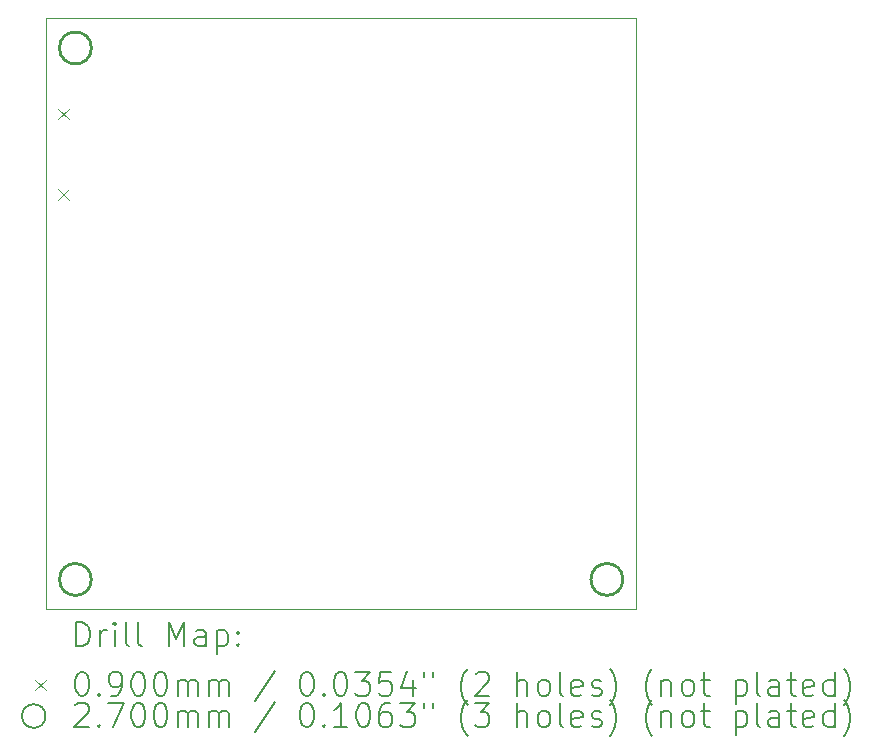
<source format=gbr>
%TF.GenerationSoftware,KiCad,Pcbnew,8.0.3*%
%TF.CreationDate,2024-06-09T12:16:40+02:00*%
%TF.ProjectId,chip8-pcb,63686970-382d-4706-9362-2e6b69636164,1*%
%TF.SameCoordinates,Original*%
%TF.FileFunction,Drillmap*%
%TF.FilePolarity,Positive*%
%FSLAX45Y45*%
G04 Gerber Fmt 4.5, Leading zero omitted, Abs format (unit mm)*
G04 Created by KiCad (PCBNEW 8.0.3) date 2024-06-09 12:16:40*
%MOMM*%
%LPD*%
G01*
G04 APERTURE LIST*
%ADD10C,0.050000*%
%ADD11C,0.200000*%
%ADD12C,0.100000*%
%ADD13C,0.270000*%
G04 APERTURE END LIST*
D10*
X6958441Y-7000000D02*
X11958441Y-7000000D01*
X11958441Y-12000000D01*
X6958441Y-12000000D01*
X6958441Y-7000000D01*
D11*
D12*
X7063441Y-7765000D02*
X7153441Y-7855000D01*
X7153441Y-7765000D02*
X7063441Y-7855000D01*
X7063441Y-8445000D02*
X7153441Y-8535000D01*
X7153441Y-8445000D02*
X7063441Y-8535000D01*
D13*
X7343441Y-7250000D02*
G75*
G02*
X7073441Y-7250000I-135000J0D01*
G01*
X7073441Y-7250000D02*
G75*
G02*
X7343441Y-7250000I135000J0D01*
G01*
X7343441Y-11750000D02*
G75*
G02*
X7073441Y-11750000I-135000J0D01*
G01*
X7073441Y-11750000D02*
G75*
G02*
X7343441Y-11750000I135000J0D01*
G01*
X11843441Y-11750000D02*
G75*
G02*
X11573441Y-11750000I-135000J0D01*
G01*
X11573441Y-11750000D02*
G75*
G02*
X11843441Y-11750000I135000J0D01*
G01*
D11*
X7216717Y-12313984D02*
X7216717Y-12113984D01*
X7216717Y-12113984D02*
X7264336Y-12113984D01*
X7264336Y-12113984D02*
X7292908Y-12123508D01*
X7292908Y-12123508D02*
X7311955Y-12142555D01*
X7311955Y-12142555D02*
X7321479Y-12161603D01*
X7321479Y-12161603D02*
X7331003Y-12199698D01*
X7331003Y-12199698D02*
X7331003Y-12228269D01*
X7331003Y-12228269D02*
X7321479Y-12266365D01*
X7321479Y-12266365D02*
X7311955Y-12285412D01*
X7311955Y-12285412D02*
X7292908Y-12304460D01*
X7292908Y-12304460D02*
X7264336Y-12313984D01*
X7264336Y-12313984D02*
X7216717Y-12313984D01*
X7416717Y-12313984D02*
X7416717Y-12180650D01*
X7416717Y-12218746D02*
X7426241Y-12199698D01*
X7426241Y-12199698D02*
X7435765Y-12190174D01*
X7435765Y-12190174D02*
X7454813Y-12180650D01*
X7454813Y-12180650D02*
X7473860Y-12180650D01*
X7540527Y-12313984D02*
X7540527Y-12180650D01*
X7540527Y-12113984D02*
X7531003Y-12123508D01*
X7531003Y-12123508D02*
X7540527Y-12133031D01*
X7540527Y-12133031D02*
X7550051Y-12123508D01*
X7550051Y-12123508D02*
X7540527Y-12113984D01*
X7540527Y-12113984D02*
X7540527Y-12133031D01*
X7664336Y-12313984D02*
X7645289Y-12304460D01*
X7645289Y-12304460D02*
X7635765Y-12285412D01*
X7635765Y-12285412D02*
X7635765Y-12113984D01*
X7769098Y-12313984D02*
X7750051Y-12304460D01*
X7750051Y-12304460D02*
X7740527Y-12285412D01*
X7740527Y-12285412D02*
X7740527Y-12113984D01*
X7997670Y-12313984D02*
X7997670Y-12113984D01*
X7997670Y-12113984D02*
X8064336Y-12256841D01*
X8064336Y-12256841D02*
X8131003Y-12113984D01*
X8131003Y-12113984D02*
X8131003Y-12313984D01*
X8311955Y-12313984D02*
X8311955Y-12209222D01*
X8311955Y-12209222D02*
X8302432Y-12190174D01*
X8302432Y-12190174D02*
X8283384Y-12180650D01*
X8283384Y-12180650D02*
X8245289Y-12180650D01*
X8245289Y-12180650D02*
X8226241Y-12190174D01*
X8311955Y-12304460D02*
X8292908Y-12313984D01*
X8292908Y-12313984D02*
X8245289Y-12313984D01*
X8245289Y-12313984D02*
X8226241Y-12304460D01*
X8226241Y-12304460D02*
X8216717Y-12285412D01*
X8216717Y-12285412D02*
X8216717Y-12266365D01*
X8216717Y-12266365D02*
X8226241Y-12247317D01*
X8226241Y-12247317D02*
X8245289Y-12237793D01*
X8245289Y-12237793D02*
X8292908Y-12237793D01*
X8292908Y-12237793D02*
X8311955Y-12228269D01*
X8407194Y-12180650D02*
X8407194Y-12380650D01*
X8407194Y-12190174D02*
X8426241Y-12180650D01*
X8426241Y-12180650D02*
X8464337Y-12180650D01*
X8464337Y-12180650D02*
X8483384Y-12190174D01*
X8483384Y-12190174D02*
X8492908Y-12199698D01*
X8492908Y-12199698D02*
X8502432Y-12218746D01*
X8502432Y-12218746D02*
X8502432Y-12275888D01*
X8502432Y-12275888D02*
X8492908Y-12294936D01*
X8492908Y-12294936D02*
X8483384Y-12304460D01*
X8483384Y-12304460D02*
X8464337Y-12313984D01*
X8464337Y-12313984D02*
X8426241Y-12313984D01*
X8426241Y-12313984D02*
X8407194Y-12304460D01*
X8588146Y-12294936D02*
X8597670Y-12304460D01*
X8597670Y-12304460D02*
X8588146Y-12313984D01*
X8588146Y-12313984D02*
X8578622Y-12304460D01*
X8578622Y-12304460D02*
X8588146Y-12294936D01*
X8588146Y-12294936D02*
X8588146Y-12313984D01*
X8588146Y-12190174D02*
X8597670Y-12199698D01*
X8597670Y-12199698D02*
X8588146Y-12209222D01*
X8588146Y-12209222D02*
X8578622Y-12199698D01*
X8578622Y-12199698D02*
X8588146Y-12190174D01*
X8588146Y-12190174D02*
X8588146Y-12209222D01*
D12*
X6865941Y-12597500D02*
X6955941Y-12687500D01*
X6955941Y-12597500D02*
X6865941Y-12687500D01*
D11*
X7254813Y-12533984D02*
X7273860Y-12533984D01*
X7273860Y-12533984D02*
X7292908Y-12543508D01*
X7292908Y-12543508D02*
X7302432Y-12553031D01*
X7302432Y-12553031D02*
X7311955Y-12572079D01*
X7311955Y-12572079D02*
X7321479Y-12610174D01*
X7321479Y-12610174D02*
X7321479Y-12657793D01*
X7321479Y-12657793D02*
X7311955Y-12695888D01*
X7311955Y-12695888D02*
X7302432Y-12714936D01*
X7302432Y-12714936D02*
X7292908Y-12724460D01*
X7292908Y-12724460D02*
X7273860Y-12733984D01*
X7273860Y-12733984D02*
X7254813Y-12733984D01*
X7254813Y-12733984D02*
X7235765Y-12724460D01*
X7235765Y-12724460D02*
X7226241Y-12714936D01*
X7226241Y-12714936D02*
X7216717Y-12695888D01*
X7216717Y-12695888D02*
X7207194Y-12657793D01*
X7207194Y-12657793D02*
X7207194Y-12610174D01*
X7207194Y-12610174D02*
X7216717Y-12572079D01*
X7216717Y-12572079D02*
X7226241Y-12553031D01*
X7226241Y-12553031D02*
X7235765Y-12543508D01*
X7235765Y-12543508D02*
X7254813Y-12533984D01*
X7407194Y-12714936D02*
X7416717Y-12724460D01*
X7416717Y-12724460D02*
X7407194Y-12733984D01*
X7407194Y-12733984D02*
X7397670Y-12724460D01*
X7397670Y-12724460D02*
X7407194Y-12714936D01*
X7407194Y-12714936D02*
X7407194Y-12733984D01*
X7511955Y-12733984D02*
X7550051Y-12733984D01*
X7550051Y-12733984D02*
X7569098Y-12724460D01*
X7569098Y-12724460D02*
X7578622Y-12714936D01*
X7578622Y-12714936D02*
X7597670Y-12686365D01*
X7597670Y-12686365D02*
X7607194Y-12648269D01*
X7607194Y-12648269D02*
X7607194Y-12572079D01*
X7607194Y-12572079D02*
X7597670Y-12553031D01*
X7597670Y-12553031D02*
X7588146Y-12543508D01*
X7588146Y-12543508D02*
X7569098Y-12533984D01*
X7569098Y-12533984D02*
X7531003Y-12533984D01*
X7531003Y-12533984D02*
X7511955Y-12543508D01*
X7511955Y-12543508D02*
X7502432Y-12553031D01*
X7502432Y-12553031D02*
X7492908Y-12572079D01*
X7492908Y-12572079D02*
X7492908Y-12619698D01*
X7492908Y-12619698D02*
X7502432Y-12638746D01*
X7502432Y-12638746D02*
X7511955Y-12648269D01*
X7511955Y-12648269D02*
X7531003Y-12657793D01*
X7531003Y-12657793D02*
X7569098Y-12657793D01*
X7569098Y-12657793D02*
X7588146Y-12648269D01*
X7588146Y-12648269D02*
X7597670Y-12638746D01*
X7597670Y-12638746D02*
X7607194Y-12619698D01*
X7731003Y-12533984D02*
X7750051Y-12533984D01*
X7750051Y-12533984D02*
X7769098Y-12543508D01*
X7769098Y-12543508D02*
X7778622Y-12553031D01*
X7778622Y-12553031D02*
X7788146Y-12572079D01*
X7788146Y-12572079D02*
X7797670Y-12610174D01*
X7797670Y-12610174D02*
X7797670Y-12657793D01*
X7797670Y-12657793D02*
X7788146Y-12695888D01*
X7788146Y-12695888D02*
X7778622Y-12714936D01*
X7778622Y-12714936D02*
X7769098Y-12724460D01*
X7769098Y-12724460D02*
X7750051Y-12733984D01*
X7750051Y-12733984D02*
X7731003Y-12733984D01*
X7731003Y-12733984D02*
X7711955Y-12724460D01*
X7711955Y-12724460D02*
X7702432Y-12714936D01*
X7702432Y-12714936D02*
X7692908Y-12695888D01*
X7692908Y-12695888D02*
X7683384Y-12657793D01*
X7683384Y-12657793D02*
X7683384Y-12610174D01*
X7683384Y-12610174D02*
X7692908Y-12572079D01*
X7692908Y-12572079D02*
X7702432Y-12553031D01*
X7702432Y-12553031D02*
X7711955Y-12543508D01*
X7711955Y-12543508D02*
X7731003Y-12533984D01*
X7921479Y-12533984D02*
X7940527Y-12533984D01*
X7940527Y-12533984D02*
X7959575Y-12543508D01*
X7959575Y-12543508D02*
X7969098Y-12553031D01*
X7969098Y-12553031D02*
X7978622Y-12572079D01*
X7978622Y-12572079D02*
X7988146Y-12610174D01*
X7988146Y-12610174D02*
X7988146Y-12657793D01*
X7988146Y-12657793D02*
X7978622Y-12695888D01*
X7978622Y-12695888D02*
X7969098Y-12714936D01*
X7969098Y-12714936D02*
X7959575Y-12724460D01*
X7959575Y-12724460D02*
X7940527Y-12733984D01*
X7940527Y-12733984D02*
X7921479Y-12733984D01*
X7921479Y-12733984D02*
X7902432Y-12724460D01*
X7902432Y-12724460D02*
X7892908Y-12714936D01*
X7892908Y-12714936D02*
X7883384Y-12695888D01*
X7883384Y-12695888D02*
X7873860Y-12657793D01*
X7873860Y-12657793D02*
X7873860Y-12610174D01*
X7873860Y-12610174D02*
X7883384Y-12572079D01*
X7883384Y-12572079D02*
X7892908Y-12553031D01*
X7892908Y-12553031D02*
X7902432Y-12543508D01*
X7902432Y-12543508D02*
X7921479Y-12533984D01*
X8073860Y-12733984D02*
X8073860Y-12600650D01*
X8073860Y-12619698D02*
X8083384Y-12610174D01*
X8083384Y-12610174D02*
X8102432Y-12600650D01*
X8102432Y-12600650D02*
X8131003Y-12600650D01*
X8131003Y-12600650D02*
X8150051Y-12610174D01*
X8150051Y-12610174D02*
X8159575Y-12629222D01*
X8159575Y-12629222D02*
X8159575Y-12733984D01*
X8159575Y-12629222D02*
X8169098Y-12610174D01*
X8169098Y-12610174D02*
X8188146Y-12600650D01*
X8188146Y-12600650D02*
X8216717Y-12600650D01*
X8216717Y-12600650D02*
X8235765Y-12610174D01*
X8235765Y-12610174D02*
X8245289Y-12629222D01*
X8245289Y-12629222D02*
X8245289Y-12733984D01*
X8340527Y-12733984D02*
X8340527Y-12600650D01*
X8340527Y-12619698D02*
X8350051Y-12610174D01*
X8350051Y-12610174D02*
X8369098Y-12600650D01*
X8369098Y-12600650D02*
X8397670Y-12600650D01*
X8397670Y-12600650D02*
X8416718Y-12610174D01*
X8416718Y-12610174D02*
X8426241Y-12629222D01*
X8426241Y-12629222D02*
X8426241Y-12733984D01*
X8426241Y-12629222D02*
X8435765Y-12610174D01*
X8435765Y-12610174D02*
X8454813Y-12600650D01*
X8454813Y-12600650D02*
X8483384Y-12600650D01*
X8483384Y-12600650D02*
X8502432Y-12610174D01*
X8502432Y-12610174D02*
X8511956Y-12629222D01*
X8511956Y-12629222D02*
X8511956Y-12733984D01*
X8902432Y-12524460D02*
X8731003Y-12781603D01*
X9159575Y-12533984D02*
X9178622Y-12533984D01*
X9178622Y-12533984D02*
X9197670Y-12543508D01*
X9197670Y-12543508D02*
X9207194Y-12553031D01*
X9207194Y-12553031D02*
X9216718Y-12572079D01*
X9216718Y-12572079D02*
X9226241Y-12610174D01*
X9226241Y-12610174D02*
X9226241Y-12657793D01*
X9226241Y-12657793D02*
X9216718Y-12695888D01*
X9216718Y-12695888D02*
X9207194Y-12714936D01*
X9207194Y-12714936D02*
X9197670Y-12724460D01*
X9197670Y-12724460D02*
X9178622Y-12733984D01*
X9178622Y-12733984D02*
X9159575Y-12733984D01*
X9159575Y-12733984D02*
X9140527Y-12724460D01*
X9140527Y-12724460D02*
X9131003Y-12714936D01*
X9131003Y-12714936D02*
X9121480Y-12695888D01*
X9121480Y-12695888D02*
X9111956Y-12657793D01*
X9111956Y-12657793D02*
X9111956Y-12610174D01*
X9111956Y-12610174D02*
X9121480Y-12572079D01*
X9121480Y-12572079D02*
X9131003Y-12553031D01*
X9131003Y-12553031D02*
X9140527Y-12543508D01*
X9140527Y-12543508D02*
X9159575Y-12533984D01*
X9311956Y-12714936D02*
X9321480Y-12724460D01*
X9321480Y-12724460D02*
X9311956Y-12733984D01*
X9311956Y-12733984D02*
X9302432Y-12724460D01*
X9302432Y-12724460D02*
X9311956Y-12714936D01*
X9311956Y-12714936D02*
X9311956Y-12733984D01*
X9445289Y-12533984D02*
X9464337Y-12533984D01*
X9464337Y-12533984D02*
X9483384Y-12543508D01*
X9483384Y-12543508D02*
X9492908Y-12553031D01*
X9492908Y-12553031D02*
X9502432Y-12572079D01*
X9502432Y-12572079D02*
X9511956Y-12610174D01*
X9511956Y-12610174D02*
X9511956Y-12657793D01*
X9511956Y-12657793D02*
X9502432Y-12695888D01*
X9502432Y-12695888D02*
X9492908Y-12714936D01*
X9492908Y-12714936D02*
X9483384Y-12724460D01*
X9483384Y-12724460D02*
X9464337Y-12733984D01*
X9464337Y-12733984D02*
X9445289Y-12733984D01*
X9445289Y-12733984D02*
X9426241Y-12724460D01*
X9426241Y-12724460D02*
X9416718Y-12714936D01*
X9416718Y-12714936D02*
X9407194Y-12695888D01*
X9407194Y-12695888D02*
X9397670Y-12657793D01*
X9397670Y-12657793D02*
X9397670Y-12610174D01*
X9397670Y-12610174D02*
X9407194Y-12572079D01*
X9407194Y-12572079D02*
X9416718Y-12553031D01*
X9416718Y-12553031D02*
X9426241Y-12543508D01*
X9426241Y-12543508D02*
X9445289Y-12533984D01*
X9578622Y-12533984D02*
X9702432Y-12533984D01*
X9702432Y-12533984D02*
X9635765Y-12610174D01*
X9635765Y-12610174D02*
X9664337Y-12610174D01*
X9664337Y-12610174D02*
X9683384Y-12619698D01*
X9683384Y-12619698D02*
X9692908Y-12629222D01*
X9692908Y-12629222D02*
X9702432Y-12648269D01*
X9702432Y-12648269D02*
X9702432Y-12695888D01*
X9702432Y-12695888D02*
X9692908Y-12714936D01*
X9692908Y-12714936D02*
X9683384Y-12724460D01*
X9683384Y-12724460D02*
X9664337Y-12733984D01*
X9664337Y-12733984D02*
X9607194Y-12733984D01*
X9607194Y-12733984D02*
X9588146Y-12724460D01*
X9588146Y-12724460D02*
X9578622Y-12714936D01*
X9883384Y-12533984D02*
X9788146Y-12533984D01*
X9788146Y-12533984D02*
X9778622Y-12629222D01*
X9778622Y-12629222D02*
X9788146Y-12619698D01*
X9788146Y-12619698D02*
X9807194Y-12610174D01*
X9807194Y-12610174D02*
X9854813Y-12610174D01*
X9854813Y-12610174D02*
X9873861Y-12619698D01*
X9873861Y-12619698D02*
X9883384Y-12629222D01*
X9883384Y-12629222D02*
X9892908Y-12648269D01*
X9892908Y-12648269D02*
X9892908Y-12695888D01*
X9892908Y-12695888D02*
X9883384Y-12714936D01*
X9883384Y-12714936D02*
X9873861Y-12724460D01*
X9873861Y-12724460D02*
X9854813Y-12733984D01*
X9854813Y-12733984D02*
X9807194Y-12733984D01*
X9807194Y-12733984D02*
X9788146Y-12724460D01*
X9788146Y-12724460D02*
X9778622Y-12714936D01*
X10064337Y-12600650D02*
X10064337Y-12733984D01*
X10016718Y-12524460D02*
X9969099Y-12667317D01*
X9969099Y-12667317D02*
X10092908Y-12667317D01*
X10159575Y-12533984D02*
X10159575Y-12572079D01*
X10235765Y-12533984D02*
X10235765Y-12572079D01*
X10531004Y-12810174D02*
X10521480Y-12800650D01*
X10521480Y-12800650D02*
X10502432Y-12772079D01*
X10502432Y-12772079D02*
X10492908Y-12753031D01*
X10492908Y-12753031D02*
X10483384Y-12724460D01*
X10483384Y-12724460D02*
X10473861Y-12676841D01*
X10473861Y-12676841D02*
X10473861Y-12638746D01*
X10473861Y-12638746D02*
X10483384Y-12591127D01*
X10483384Y-12591127D02*
X10492908Y-12562555D01*
X10492908Y-12562555D02*
X10502432Y-12543508D01*
X10502432Y-12543508D02*
X10521480Y-12514936D01*
X10521480Y-12514936D02*
X10531004Y-12505412D01*
X10597670Y-12553031D02*
X10607194Y-12543508D01*
X10607194Y-12543508D02*
X10626242Y-12533984D01*
X10626242Y-12533984D02*
X10673861Y-12533984D01*
X10673861Y-12533984D02*
X10692908Y-12543508D01*
X10692908Y-12543508D02*
X10702432Y-12553031D01*
X10702432Y-12553031D02*
X10711956Y-12572079D01*
X10711956Y-12572079D02*
X10711956Y-12591127D01*
X10711956Y-12591127D02*
X10702432Y-12619698D01*
X10702432Y-12619698D02*
X10588146Y-12733984D01*
X10588146Y-12733984D02*
X10711956Y-12733984D01*
X10950051Y-12733984D02*
X10950051Y-12533984D01*
X11035765Y-12733984D02*
X11035765Y-12629222D01*
X11035765Y-12629222D02*
X11026242Y-12610174D01*
X11026242Y-12610174D02*
X11007194Y-12600650D01*
X11007194Y-12600650D02*
X10978623Y-12600650D01*
X10978623Y-12600650D02*
X10959575Y-12610174D01*
X10959575Y-12610174D02*
X10950051Y-12619698D01*
X11159575Y-12733984D02*
X11140527Y-12724460D01*
X11140527Y-12724460D02*
X11131004Y-12714936D01*
X11131004Y-12714936D02*
X11121480Y-12695888D01*
X11121480Y-12695888D02*
X11121480Y-12638746D01*
X11121480Y-12638746D02*
X11131004Y-12619698D01*
X11131004Y-12619698D02*
X11140527Y-12610174D01*
X11140527Y-12610174D02*
X11159575Y-12600650D01*
X11159575Y-12600650D02*
X11188146Y-12600650D01*
X11188146Y-12600650D02*
X11207194Y-12610174D01*
X11207194Y-12610174D02*
X11216718Y-12619698D01*
X11216718Y-12619698D02*
X11226242Y-12638746D01*
X11226242Y-12638746D02*
X11226242Y-12695888D01*
X11226242Y-12695888D02*
X11216718Y-12714936D01*
X11216718Y-12714936D02*
X11207194Y-12724460D01*
X11207194Y-12724460D02*
X11188146Y-12733984D01*
X11188146Y-12733984D02*
X11159575Y-12733984D01*
X11340527Y-12733984D02*
X11321480Y-12724460D01*
X11321480Y-12724460D02*
X11311956Y-12705412D01*
X11311956Y-12705412D02*
X11311956Y-12533984D01*
X11492908Y-12724460D02*
X11473861Y-12733984D01*
X11473861Y-12733984D02*
X11435765Y-12733984D01*
X11435765Y-12733984D02*
X11416718Y-12724460D01*
X11416718Y-12724460D02*
X11407194Y-12705412D01*
X11407194Y-12705412D02*
X11407194Y-12629222D01*
X11407194Y-12629222D02*
X11416718Y-12610174D01*
X11416718Y-12610174D02*
X11435765Y-12600650D01*
X11435765Y-12600650D02*
X11473861Y-12600650D01*
X11473861Y-12600650D02*
X11492908Y-12610174D01*
X11492908Y-12610174D02*
X11502432Y-12629222D01*
X11502432Y-12629222D02*
X11502432Y-12648269D01*
X11502432Y-12648269D02*
X11407194Y-12667317D01*
X11578623Y-12724460D02*
X11597670Y-12733984D01*
X11597670Y-12733984D02*
X11635765Y-12733984D01*
X11635765Y-12733984D02*
X11654813Y-12724460D01*
X11654813Y-12724460D02*
X11664337Y-12705412D01*
X11664337Y-12705412D02*
X11664337Y-12695888D01*
X11664337Y-12695888D02*
X11654813Y-12676841D01*
X11654813Y-12676841D02*
X11635765Y-12667317D01*
X11635765Y-12667317D02*
X11607194Y-12667317D01*
X11607194Y-12667317D02*
X11588146Y-12657793D01*
X11588146Y-12657793D02*
X11578623Y-12638746D01*
X11578623Y-12638746D02*
X11578623Y-12629222D01*
X11578623Y-12629222D02*
X11588146Y-12610174D01*
X11588146Y-12610174D02*
X11607194Y-12600650D01*
X11607194Y-12600650D02*
X11635765Y-12600650D01*
X11635765Y-12600650D02*
X11654813Y-12610174D01*
X11731004Y-12810174D02*
X11740527Y-12800650D01*
X11740527Y-12800650D02*
X11759575Y-12772079D01*
X11759575Y-12772079D02*
X11769099Y-12753031D01*
X11769099Y-12753031D02*
X11778623Y-12724460D01*
X11778623Y-12724460D02*
X11788146Y-12676841D01*
X11788146Y-12676841D02*
X11788146Y-12638746D01*
X11788146Y-12638746D02*
X11778623Y-12591127D01*
X11778623Y-12591127D02*
X11769099Y-12562555D01*
X11769099Y-12562555D02*
X11759575Y-12543508D01*
X11759575Y-12543508D02*
X11740527Y-12514936D01*
X11740527Y-12514936D02*
X11731004Y-12505412D01*
X12092908Y-12810174D02*
X12083384Y-12800650D01*
X12083384Y-12800650D02*
X12064337Y-12772079D01*
X12064337Y-12772079D02*
X12054813Y-12753031D01*
X12054813Y-12753031D02*
X12045289Y-12724460D01*
X12045289Y-12724460D02*
X12035765Y-12676841D01*
X12035765Y-12676841D02*
X12035765Y-12638746D01*
X12035765Y-12638746D02*
X12045289Y-12591127D01*
X12045289Y-12591127D02*
X12054813Y-12562555D01*
X12054813Y-12562555D02*
X12064337Y-12543508D01*
X12064337Y-12543508D02*
X12083384Y-12514936D01*
X12083384Y-12514936D02*
X12092908Y-12505412D01*
X12169099Y-12600650D02*
X12169099Y-12733984D01*
X12169099Y-12619698D02*
X12178623Y-12610174D01*
X12178623Y-12610174D02*
X12197670Y-12600650D01*
X12197670Y-12600650D02*
X12226242Y-12600650D01*
X12226242Y-12600650D02*
X12245289Y-12610174D01*
X12245289Y-12610174D02*
X12254813Y-12629222D01*
X12254813Y-12629222D02*
X12254813Y-12733984D01*
X12378623Y-12733984D02*
X12359575Y-12724460D01*
X12359575Y-12724460D02*
X12350051Y-12714936D01*
X12350051Y-12714936D02*
X12340527Y-12695888D01*
X12340527Y-12695888D02*
X12340527Y-12638746D01*
X12340527Y-12638746D02*
X12350051Y-12619698D01*
X12350051Y-12619698D02*
X12359575Y-12610174D01*
X12359575Y-12610174D02*
X12378623Y-12600650D01*
X12378623Y-12600650D02*
X12407194Y-12600650D01*
X12407194Y-12600650D02*
X12426242Y-12610174D01*
X12426242Y-12610174D02*
X12435765Y-12619698D01*
X12435765Y-12619698D02*
X12445289Y-12638746D01*
X12445289Y-12638746D02*
X12445289Y-12695888D01*
X12445289Y-12695888D02*
X12435765Y-12714936D01*
X12435765Y-12714936D02*
X12426242Y-12724460D01*
X12426242Y-12724460D02*
X12407194Y-12733984D01*
X12407194Y-12733984D02*
X12378623Y-12733984D01*
X12502432Y-12600650D02*
X12578623Y-12600650D01*
X12531004Y-12533984D02*
X12531004Y-12705412D01*
X12531004Y-12705412D02*
X12540527Y-12724460D01*
X12540527Y-12724460D02*
X12559575Y-12733984D01*
X12559575Y-12733984D02*
X12578623Y-12733984D01*
X12797670Y-12600650D02*
X12797670Y-12800650D01*
X12797670Y-12610174D02*
X12816718Y-12600650D01*
X12816718Y-12600650D02*
X12854813Y-12600650D01*
X12854813Y-12600650D02*
X12873861Y-12610174D01*
X12873861Y-12610174D02*
X12883385Y-12619698D01*
X12883385Y-12619698D02*
X12892908Y-12638746D01*
X12892908Y-12638746D02*
X12892908Y-12695888D01*
X12892908Y-12695888D02*
X12883385Y-12714936D01*
X12883385Y-12714936D02*
X12873861Y-12724460D01*
X12873861Y-12724460D02*
X12854813Y-12733984D01*
X12854813Y-12733984D02*
X12816718Y-12733984D01*
X12816718Y-12733984D02*
X12797670Y-12724460D01*
X13007194Y-12733984D02*
X12988146Y-12724460D01*
X12988146Y-12724460D02*
X12978623Y-12705412D01*
X12978623Y-12705412D02*
X12978623Y-12533984D01*
X13169099Y-12733984D02*
X13169099Y-12629222D01*
X13169099Y-12629222D02*
X13159575Y-12610174D01*
X13159575Y-12610174D02*
X13140527Y-12600650D01*
X13140527Y-12600650D02*
X13102432Y-12600650D01*
X13102432Y-12600650D02*
X13083385Y-12610174D01*
X13169099Y-12724460D02*
X13150051Y-12733984D01*
X13150051Y-12733984D02*
X13102432Y-12733984D01*
X13102432Y-12733984D02*
X13083385Y-12724460D01*
X13083385Y-12724460D02*
X13073861Y-12705412D01*
X13073861Y-12705412D02*
X13073861Y-12686365D01*
X13073861Y-12686365D02*
X13083385Y-12667317D01*
X13083385Y-12667317D02*
X13102432Y-12657793D01*
X13102432Y-12657793D02*
X13150051Y-12657793D01*
X13150051Y-12657793D02*
X13169099Y-12648269D01*
X13235766Y-12600650D02*
X13311956Y-12600650D01*
X13264337Y-12533984D02*
X13264337Y-12705412D01*
X13264337Y-12705412D02*
X13273861Y-12724460D01*
X13273861Y-12724460D02*
X13292908Y-12733984D01*
X13292908Y-12733984D02*
X13311956Y-12733984D01*
X13454813Y-12724460D02*
X13435766Y-12733984D01*
X13435766Y-12733984D02*
X13397670Y-12733984D01*
X13397670Y-12733984D02*
X13378623Y-12724460D01*
X13378623Y-12724460D02*
X13369099Y-12705412D01*
X13369099Y-12705412D02*
X13369099Y-12629222D01*
X13369099Y-12629222D02*
X13378623Y-12610174D01*
X13378623Y-12610174D02*
X13397670Y-12600650D01*
X13397670Y-12600650D02*
X13435766Y-12600650D01*
X13435766Y-12600650D02*
X13454813Y-12610174D01*
X13454813Y-12610174D02*
X13464337Y-12629222D01*
X13464337Y-12629222D02*
X13464337Y-12648269D01*
X13464337Y-12648269D02*
X13369099Y-12667317D01*
X13635766Y-12733984D02*
X13635766Y-12533984D01*
X13635766Y-12724460D02*
X13616718Y-12733984D01*
X13616718Y-12733984D02*
X13578623Y-12733984D01*
X13578623Y-12733984D02*
X13559575Y-12724460D01*
X13559575Y-12724460D02*
X13550051Y-12714936D01*
X13550051Y-12714936D02*
X13540527Y-12695888D01*
X13540527Y-12695888D02*
X13540527Y-12638746D01*
X13540527Y-12638746D02*
X13550051Y-12619698D01*
X13550051Y-12619698D02*
X13559575Y-12610174D01*
X13559575Y-12610174D02*
X13578623Y-12600650D01*
X13578623Y-12600650D02*
X13616718Y-12600650D01*
X13616718Y-12600650D02*
X13635766Y-12610174D01*
X13711956Y-12810174D02*
X13721480Y-12800650D01*
X13721480Y-12800650D02*
X13740527Y-12772079D01*
X13740527Y-12772079D02*
X13750051Y-12753031D01*
X13750051Y-12753031D02*
X13759575Y-12724460D01*
X13759575Y-12724460D02*
X13769099Y-12676841D01*
X13769099Y-12676841D02*
X13769099Y-12638746D01*
X13769099Y-12638746D02*
X13759575Y-12591127D01*
X13759575Y-12591127D02*
X13750051Y-12562555D01*
X13750051Y-12562555D02*
X13740527Y-12543508D01*
X13740527Y-12543508D02*
X13721480Y-12514936D01*
X13721480Y-12514936D02*
X13711956Y-12505412D01*
X6955941Y-12906500D02*
G75*
G02*
X6755941Y-12906500I-100000J0D01*
G01*
X6755941Y-12906500D02*
G75*
G02*
X6955941Y-12906500I100000J0D01*
G01*
X7207194Y-12817031D02*
X7216717Y-12807508D01*
X7216717Y-12807508D02*
X7235765Y-12797984D01*
X7235765Y-12797984D02*
X7283384Y-12797984D01*
X7283384Y-12797984D02*
X7302432Y-12807508D01*
X7302432Y-12807508D02*
X7311955Y-12817031D01*
X7311955Y-12817031D02*
X7321479Y-12836079D01*
X7321479Y-12836079D02*
X7321479Y-12855127D01*
X7321479Y-12855127D02*
X7311955Y-12883698D01*
X7311955Y-12883698D02*
X7197670Y-12997984D01*
X7197670Y-12997984D02*
X7321479Y-12997984D01*
X7407194Y-12978936D02*
X7416717Y-12988460D01*
X7416717Y-12988460D02*
X7407194Y-12997984D01*
X7407194Y-12997984D02*
X7397670Y-12988460D01*
X7397670Y-12988460D02*
X7407194Y-12978936D01*
X7407194Y-12978936D02*
X7407194Y-12997984D01*
X7483384Y-12797984D02*
X7616717Y-12797984D01*
X7616717Y-12797984D02*
X7531003Y-12997984D01*
X7731003Y-12797984D02*
X7750051Y-12797984D01*
X7750051Y-12797984D02*
X7769098Y-12807508D01*
X7769098Y-12807508D02*
X7778622Y-12817031D01*
X7778622Y-12817031D02*
X7788146Y-12836079D01*
X7788146Y-12836079D02*
X7797670Y-12874174D01*
X7797670Y-12874174D02*
X7797670Y-12921793D01*
X7797670Y-12921793D02*
X7788146Y-12959888D01*
X7788146Y-12959888D02*
X7778622Y-12978936D01*
X7778622Y-12978936D02*
X7769098Y-12988460D01*
X7769098Y-12988460D02*
X7750051Y-12997984D01*
X7750051Y-12997984D02*
X7731003Y-12997984D01*
X7731003Y-12997984D02*
X7711955Y-12988460D01*
X7711955Y-12988460D02*
X7702432Y-12978936D01*
X7702432Y-12978936D02*
X7692908Y-12959888D01*
X7692908Y-12959888D02*
X7683384Y-12921793D01*
X7683384Y-12921793D02*
X7683384Y-12874174D01*
X7683384Y-12874174D02*
X7692908Y-12836079D01*
X7692908Y-12836079D02*
X7702432Y-12817031D01*
X7702432Y-12817031D02*
X7711955Y-12807508D01*
X7711955Y-12807508D02*
X7731003Y-12797984D01*
X7921479Y-12797984D02*
X7940527Y-12797984D01*
X7940527Y-12797984D02*
X7959575Y-12807508D01*
X7959575Y-12807508D02*
X7969098Y-12817031D01*
X7969098Y-12817031D02*
X7978622Y-12836079D01*
X7978622Y-12836079D02*
X7988146Y-12874174D01*
X7988146Y-12874174D02*
X7988146Y-12921793D01*
X7988146Y-12921793D02*
X7978622Y-12959888D01*
X7978622Y-12959888D02*
X7969098Y-12978936D01*
X7969098Y-12978936D02*
X7959575Y-12988460D01*
X7959575Y-12988460D02*
X7940527Y-12997984D01*
X7940527Y-12997984D02*
X7921479Y-12997984D01*
X7921479Y-12997984D02*
X7902432Y-12988460D01*
X7902432Y-12988460D02*
X7892908Y-12978936D01*
X7892908Y-12978936D02*
X7883384Y-12959888D01*
X7883384Y-12959888D02*
X7873860Y-12921793D01*
X7873860Y-12921793D02*
X7873860Y-12874174D01*
X7873860Y-12874174D02*
X7883384Y-12836079D01*
X7883384Y-12836079D02*
X7892908Y-12817031D01*
X7892908Y-12817031D02*
X7902432Y-12807508D01*
X7902432Y-12807508D02*
X7921479Y-12797984D01*
X8073860Y-12997984D02*
X8073860Y-12864650D01*
X8073860Y-12883698D02*
X8083384Y-12874174D01*
X8083384Y-12874174D02*
X8102432Y-12864650D01*
X8102432Y-12864650D02*
X8131003Y-12864650D01*
X8131003Y-12864650D02*
X8150051Y-12874174D01*
X8150051Y-12874174D02*
X8159575Y-12893222D01*
X8159575Y-12893222D02*
X8159575Y-12997984D01*
X8159575Y-12893222D02*
X8169098Y-12874174D01*
X8169098Y-12874174D02*
X8188146Y-12864650D01*
X8188146Y-12864650D02*
X8216717Y-12864650D01*
X8216717Y-12864650D02*
X8235765Y-12874174D01*
X8235765Y-12874174D02*
X8245289Y-12893222D01*
X8245289Y-12893222D02*
X8245289Y-12997984D01*
X8340527Y-12997984D02*
X8340527Y-12864650D01*
X8340527Y-12883698D02*
X8350051Y-12874174D01*
X8350051Y-12874174D02*
X8369098Y-12864650D01*
X8369098Y-12864650D02*
X8397670Y-12864650D01*
X8397670Y-12864650D02*
X8416718Y-12874174D01*
X8416718Y-12874174D02*
X8426241Y-12893222D01*
X8426241Y-12893222D02*
X8426241Y-12997984D01*
X8426241Y-12893222D02*
X8435765Y-12874174D01*
X8435765Y-12874174D02*
X8454813Y-12864650D01*
X8454813Y-12864650D02*
X8483384Y-12864650D01*
X8483384Y-12864650D02*
X8502432Y-12874174D01*
X8502432Y-12874174D02*
X8511956Y-12893222D01*
X8511956Y-12893222D02*
X8511956Y-12997984D01*
X8902432Y-12788460D02*
X8731003Y-13045603D01*
X9159575Y-12797984D02*
X9178622Y-12797984D01*
X9178622Y-12797984D02*
X9197670Y-12807508D01*
X9197670Y-12807508D02*
X9207194Y-12817031D01*
X9207194Y-12817031D02*
X9216718Y-12836079D01*
X9216718Y-12836079D02*
X9226241Y-12874174D01*
X9226241Y-12874174D02*
X9226241Y-12921793D01*
X9226241Y-12921793D02*
X9216718Y-12959888D01*
X9216718Y-12959888D02*
X9207194Y-12978936D01*
X9207194Y-12978936D02*
X9197670Y-12988460D01*
X9197670Y-12988460D02*
X9178622Y-12997984D01*
X9178622Y-12997984D02*
X9159575Y-12997984D01*
X9159575Y-12997984D02*
X9140527Y-12988460D01*
X9140527Y-12988460D02*
X9131003Y-12978936D01*
X9131003Y-12978936D02*
X9121480Y-12959888D01*
X9121480Y-12959888D02*
X9111956Y-12921793D01*
X9111956Y-12921793D02*
X9111956Y-12874174D01*
X9111956Y-12874174D02*
X9121480Y-12836079D01*
X9121480Y-12836079D02*
X9131003Y-12817031D01*
X9131003Y-12817031D02*
X9140527Y-12807508D01*
X9140527Y-12807508D02*
X9159575Y-12797984D01*
X9311956Y-12978936D02*
X9321480Y-12988460D01*
X9321480Y-12988460D02*
X9311956Y-12997984D01*
X9311956Y-12997984D02*
X9302432Y-12988460D01*
X9302432Y-12988460D02*
X9311956Y-12978936D01*
X9311956Y-12978936D02*
X9311956Y-12997984D01*
X9511956Y-12997984D02*
X9397670Y-12997984D01*
X9454813Y-12997984D02*
X9454813Y-12797984D01*
X9454813Y-12797984D02*
X9435765Y-12826555D01*
X9435765Y-12826555D02*
X9416718Y-12845603D01*
X9416718Y-12845603D02*
X9397670Y-12855127D01*
X9635765Y-12797984D02*
X9654813Y-12797984D01*
X9654813Y-12797984D02*
X9673861Y-12807508D01*
X9673861Y-12807508D02*
X9683384Y-12817031D01*
X9683384Y-12817031D02*
X9692908Y-12836079D01*
X9692908Y-12836079D02*
X9702432Y-12874174D01*
X9702432Y-12874174D02*
X9702432Y-12921793D01*
X9702432Y-12921793D02*
X9692908Y-12959888D01*
X9692908Y-12959888D02*
X9683384Y-12978936D01*
X9683384Y-12978936D02*
X9673861Y-12988460D01*
X9673861Y-12988460D02*
X9654813Y-12997984D01*
X9654813Y-12997984D02*
X9635765Y-12997984D01*
X9635765Y-12997984D02*
X9616718Y-12988460D01*
X9616718Y-12988460D02*
X9607194Y-12978936D01*
X9607194Y-12978936D02*
X9597670Y-12959888D01*
X9597670Y-12959888D02*
X9588146Y-12921793D01*
X9588146Y-12921793D02*
X9588146Y-12874174D01*
X9588146Y-12874174D02*
X9597670Y-12836079D01*
X9597670Y-12836079D02*
X9607194Y-12817031D01*
X9607194Y-12817031D02*
X9616718Y-12807508D01*
X9616718Y-12807508D02*
X9635765Y-12797984D01*
X9873861Y-12797984D02*
X9835765Y-12797984D01*
X9835765Y-12797984D02*
X9816718Y-12807508D01*
X9816718Y-12807508D02*
X9807194Y-12817031D01*
X9807194Y-12817031D02*
X9788146Y-12845603D01*
X9788146Y-12845603D02*
X9778622Y-12883698D01*
X9778622Y-12883698D02*
X9778622Y-12959888D01*
X9778622Y-12959888D02*
X9788146Y-12978936D01*
X9788146Y-12978936D02*
X9797670Y-12988460D01*
X9797670Y-12988460D02*
X9816718Y-12997984D01*
X9816718Y-12997984D02*
X9854813Y-12997984D01*
X9854813Y-12997984D02*
X9873861Y-12988460D01*
X9873861Y-12988460D02*
X9883384Y-12978936D01*
X9883384Y-12978936D02*
X9892908Y-12959888D01*
X9892908Y-12959888D02*
X9892908Y-12912269D01*
X9892908Y-12912269D02*
X9883384Y-12893222D01*
X9883384Y-12893222D02*
X9873861Y-12883698D01*
X9873861Y-12883698D02*
X9854813Y-12874174D01*
X9854813Y-12874174D02*
X9816718Y-12874174D01*
X9816718Y-12874174D02*
X9797670Y-12883698D01*
X9797670Y-12883698D02*
X9788146Y-12893222D01*
X9788146Y-12893222D02*
X9778622Y-12912269D01*
X9959575Y-12797984D02*
X10083384Y-12797984D01*
X10083384Y-12797984D02*
X10016718Y-12874174D01*
X10016718Y-12874174D02*
X10045289Y-12874174D01*
X10045289Y-12874174D02*
X10064337Y-12883698D01*
X10064337Y-12883698D02*
X10073861Y-12893222D01*
X10073861Y-12893222D02*
X10083384Y-12912269D01*
X10083384Y-12912269D02*
X10083384Y-12959888D01*
X10083384Y-12959888D02*
X10073861Y-12978936D01*
X10073861Y-12978936D02*
X10064337Y-12988460D01*
X10064337Y-12988460D02*
X10045289Y-12997984D01*
X10045289Y-12997984D02*
X9988146Y-12997984D01*
X9988146Y-12997984D02*
X9969099Y-12988460D01*
X9969099Y-12988460D02*
X9959575Y-12978936D01*
X10159575Y-12797984D02*
X10159575Y-12836079D01*
X10235765Y-12797984D02*
X10235765Y-12836079D01*
X10531004Y-13074174D02*
X10521480Y-13064650D01*
X10521480Y-13064650D02*
X10502432Y-13036079D01*
X10502432Y-13036079D02*
X10492908Y-13017031D01*
X10492908Y-13017031D02*
X10483384Y-12988460D01*
X10483384Y-12988460D02*
X10473861Y-12940841D01*
X10473861Y-12940841D02*
X10473861Y-12902746D01*
X10473861Y-12902746D02*
X10483384Y-12855127D01*
X10483384Y-12855127D02*
X10492908Y-12826555D01*
X10492908Y-12826555D02*
X10502432Y-12807508D01*
X10502432Y-12807508D02*
X10521480Y-12778936D01*
X10521480Y-12778936D02*
X10531004Y-12769412D01*
X10588146Y-12797984D02*
X10711956Y-12797984D01*
X10711956Y-12797984D02*
X10645289Y-12874174D01*
X10645289Y-12874174D02*
X10673861Y-12874174D01*
X10673861Y-12874174D02*
X10692908Y-12883698D01*
X10692908Y-12883698D02*
X10702432Y-12893222D01*
X10702432Y-12893222D02*
X10711956Y-12912269D01*
X10711956Y-12912269D02*
X10711956Y-12959888D01*
X10711956Y-12959888D02*
X10702432Y-12978936D01*
X10702432Y-12978936D02*
X10692908Y-12988460D01*
X10692908Y-12988460D02*
X10673861Y-12997984D01*
X10673861Y-12997984D02*
X10616718Y-12997984D01*
X10616718Y-12997984D02*
X10597670Y-12988460D01*
X10597670Y-12988460D02*
X10588146Y-12978936D01*
X10950051Y-12997984D02*
X10950051Y-12797984D01*
X11035765Y-12997984D02*
X11035765Y-12893222D01*
X11035765Y-12893222D02*
X11026242Y-12874174D01*
X11026242Y-12874174D02*
X11007194Y-12864650D01*
X11007194Y-12864650D02*
X10978623Y-12864650D01*
X10978623Y-12864650D02*
X10959575Y-12874174D01*
X10959575Y-12874174D02*
X10950051Y-12883698D01*
X11159575Y-12997984D02*
X11140527Y-12988460D01*
X11140527Y-12988460D02*
X11131004Y-12978936D01*
X11131004Y-12978936D02*
X11121480Y-12959888D01*
X11121480Y-12959888D02*
X11121480Y-12902746D01*
X11121480Y-12902746D02*
X11131004Y-12883698D01*
X11131004Y-12883698D02*
X11140527Y-12874174D01*
X11140527Y-12874174D02*
X11159575Y-12864650D01*
X11159575Y-12864650D02*
X11188146Y-12864650D01*
X11188146Y-12864650D02*
X11207194Y-12874174D01*
X11207194Y-12874174D02*
X11216718Y-12883698D01*
X11216718Y-12883698D02*
X11226242Y-12902746D01*
X11226242Y-12902746D02*
X11226242Y-12959888D01*
X11226242Y-12959888D02*
X11216718Y-12978936D01*
X11216718Y-12978936D02*
X11207194Y-12988460D01*
X11207194Y-12988460D02*
X11188146Y-12997984D01*
X11188146Y-12997984D02*
X11159575Y-12997984D01*
X11340527Y-12997984D02*
X11321480Y-12988460D01*
X11321480Y-12988460D02*
X11311956Y-12969412D01*
X11311956Y-12969412D02*
X11311956Y-12797984D01*
X11492908Y-12988460D02*
X11473861Y-12997984D01*
X11473861Y-12997984D02*
X11435765Y-12997984D01*
X11435765Y-12997984D02*
X11416718Y-12988460D01*
X11416718Y-12988460D02*
X11407194Y-12969412D01*
X11407194Y-12969412D02*
X11407194Y-12893222D01*
X11407194Y-12893222D02*
X11416718Y-12874174D01*
X11416718Y-12874174D02*
X11435765Y-12864650D01*
X11435765Y-12864650D02*
X11473861Y-12864650D01*
X11473861Y-12864650D02*
X11492908Y-12874174D01*
X11492908Y-12874174D02*
X11502432Y-12893222D01*
X11502432Y-12893222D02*
X11502432Y-12912269D01*
X11502432Y-12912269D02*
X11407194Y-12931317D01*
X11578623Y-12988460D02*
X11597670Y-12997984D01*
X11597670Y-12997984D02*
X11635765Y-12997984D01*
X11635765Y-12997984D02*
X11654813Y-12988460D01*
X11654813Y-12988460D02*
X11664337Y-12969412D01*
X11664337Y-12969412D02*
X11664337Y-12959888D01*
X11664337Y-12959888D02*
X11654813Y-12940841D01*
X11654813Y-12940841D02*
X11635765Y-12931317D01*
X11635765Y-12931317D02*
X11607194Y-12931317D01*
X11607194Y-12931317D02*
X11588146Y-12921793D01*
X11588146Y-12921793D02*
X11578623Y-12902746D01*
X11578623Y-12902746D02*
X11578623Y-12893222D01*
X11578623Y-12893222D02*
X11588146Y-12874174D01*
X11588146Y-12874174D02*
X11607194Y-12864650D01*
X11607194Y-12864650D02*
X11635765Y-12864650D01*
X11635765Y-12864650D02*
X11654813Y-12874174D01*
X11731004Y-13074174D02*
X11740527Y-13064650D01*
X11740527Y-13064650D02*
X11759575Y-13036079D01*
X11759575Y-13036079D02*
X11769099Y-13017031D01*
X11769099Y-13017031D02*
X11778623Y-12988460D01*
X11778623Y-12988460D02*
X11788146Y-12940841D01*
X11788146Y-12940841D02*
X11788146Y-12902746D01*
X11788146Y-12902746D02*
X11778623Y-12855127D01*
X11778623Y-12855127D02*
X11769099Y-12826555D01*
X11769099Y-12826555D02*
X11759575Y-12807508D01*
X11759575Y-12807508D02*
X11740527Y-12778936D01*
X11740527Y-12778936D02*
X11731004Y-12769412D01*
X12092908Y-13074174D02*
X12083384Y-13064650D01*
X12083384Y-13064650D02*
X12064337Y-13036079D01*
X12064337Y-13036079D02*
X12054813Y-13017031D01*
X12054813Y-13017031D02*
X12045289Y-12988460D01*
X12045289Y-12988460D02*
X12035765Y-12940841D01*
X12035765Y-12940841D02*
X12035765Y-12902746D01*
X12035765Y-12902746D02*
X12045289Y-12855127D01*
X12045289Y-12855127D02*
X12054813Y-12826555D01*
X12054813Y-12826555D02*
X12064337Y-12807508D01*
X12064337Y-12807508D02*
X12083384Y-12778936D01*
X12083384Y-12778936D02*
X12092908Y-12769412D01*
X12169099Y-12864650D02*
X12169099Y-12997984D01*
X12169099Y-12883698D02*
X12178623Y-12874174D01*
X12178623Y-12874174D02*
X12197670Y-12864650D01*
X12197670Y-12864650D02*
X12226242Y-12864650D01*
X12226242Y-12864650D02*
X12245289Y-12874174D01*
X12245289Y-12874174D02*
X12254813Y-12893222D01*
X12254813Y-12893222D02*
X12254813Y-12997984D01*
X12378623Y-12997984D02*
X12359575Y-12988460D01*
X12359575Y-12988460D02*
X12350051Y-12978936D01*
X12350051Y-12978936D02*
X12340527Y-12959888D01*
X12340527Y-12959888D02*
X12340527Y-12902746D01*
X12340527Y-12902746D02*
X12350051Y-12883698D01*
X12350051Y-12883698D02*
X12359575Y-12874174D01*
X12359575Y-12874174D02*
X12378623Y-12864650D01*
X12378623Y-12864650D02*
X12407194Y-12864650D01*
X12407194Y-12864650D02*
X12426242Y-12874174D01*
X12426242Y-12874174D02*
X12435765Y-12883698D01*
X12435765Y-12883698D02*
X12445289Y-12902746D01*
X12445289Y-12902746D02*
X12445289Y-12959888D01*
X12445289Y-12959888D02*
X12435765Y-12978936D01*
X12435765Y-12978936D02*
X12426242Y-12988460D01*
X12426242Y-12988460D02*
X12407194Y-12997984D01*
X12407194Y-12997984D02*
X12378623Y-12997984D01*
X12502432Y-12864650D02*
X12578623Y-12864650D01*
X12531004Y-12797984D02*
X12531004Y-12969412D01*
X12531004Y-12969412D02*
X12540527Y-12988460D01*
X12540527Y-12988460D02*
X12559575Y-12997984D01*
X12559575Y-12997984D02*
X12578623Y-12997984D01*
X12797670Y-12864650D02*
X12797670Y-13064650D01*
X12797670Y-12874174D02*
X12816718Y-12864650D01*
X12816718Y-12864650D02*
X12854813Y-12864650D01*
X12854813Y-12864650D02*
X12873861Y-12874174D01*
X12873861Y-12874174D02*
X12883385Y-12883698D01*
X12883385Y-12883698D02*
X12892908Y-12902746D01*
X12892908Y-12902746D02*
X12892908Y-12959888D01*
X12892908Y-12959888D02*
X12883385Y-12978936D01*
X12883385Y-12978936D02*
X12873861Y-12988460D01*
X12873861Y-12988460D02*
X12854813Y-12997984D01*
X12854813Y-12997984D02*
X12816718Y-12997984D01*
X12816718Y-12997984D02*
X12797670Y-12988460D01*
X13007194Y-12997984D02*
X12988146Y-12988460D01*
X12988146Y-12988460D02*
X12978623Y-12969412D01*
X12978623Y-12969412D02*
X12978623Y-12797984D01*
X13169099Y-12997984D02*
X13169099Y-12893222D01*
X13169099Y-12893222D02*
X13159575Y-12874174D01*
X13159575Y-12874174D02*
X13140527Y-12864650D01*
X13140527Y-12864650D02*
X13102432Y-12864650D01*
X13102432Y-12864650D02*
X13083385Y-12874174D01*
X13169099Y-12988460D02*
X13150051Y-12997984D01*
X13150051Y-12997984D02*
X13102432Y-12997984D01*
X13102432Y-12997984D02*
X13083385Y-12988460D01*
X13083385Y-12988460D02*
X13073861Y-12969412D01*
X13073861Y-12969412D02*
X13073861Y-12950365D01*
X13073861Y-12950365D02*
X13083385Y-12931317D01*
X13083385Y-12931317D02*
X13102432Y-12921793D01*
X13102432Y-12921793D02*
X13150051Y-12921793D01*
X13150051Y-12921793D02*
X13169099Y-12912269D01*
X13235766Y-12864650D02*
X13311956Y-12864650D01*
X13264337Y-12797984D02*
X13264337Y-12969412D01*
X13264337Y-12969412D02*
X13273861Y-12988460D01*
X13273861Y-12988460D02*
X13292908Y-12997984D01*
X13292908Y-12997984D02*
X13311956Y-12997984D01*
X13454813Y-12988460D02*
X13435766Y-12997984D01*
X13435766Y-12997984D02*
X13397670Y-12997984D01*
X13397670Y-12997984D02*
X13378623Y-12988460D01*
X13378623Y-12988460D02*
X13369099Y-12969412D01*
X13369099Y-12969412D02*
X13369099Y-12893222D01*
X13369099Y-12893222D02*
X13378623Y-12874174D01*
X13378623Y-12874174D02*
X13397670Y-12864650D01*
X13397670Y-12864650D02*
X13435766Y-12864650D01*
X13435766Y-12864650D02*
X13454813Y-12874174D01*
X13454813Y-12874174D02*
X13464337Y-12893222D01*
X13464337Y-12893222D02*
X13464337Y-12912269D01*
X13464337Y-12912269D02*
X13369099Y-12931317D01*
X13635766Y-12997984D02*
X13635766Y-12797984D01*
X13635766Y-12988460D02*
X13616718Y-12997984D01*
X13616718Y-12997984D02*
X13578623Y-12997984D01*
X13578623Y-12997984D02*
X13559575Y-12988460D01*
X13559575Y-12988460D02*
X13550051Y-12978936D01*
X13550051Y-12978936D02*
X13540527Y-12959888D01*
X13540527Y-12959888D02*
X13540527Y-12902746D01*
X13540527Y-12902746D02*
X13550051Y-12883698D01*
X13550051Y-12883698D02*
X13559575Y-12874174D01*
X13559575Y-12874174D02*
X13578623Y-12864650D01*
X13578623Y-12864650D02*
X13616718Y-12864650D01*
X13616718Y-12864650D02*
X13635766Y-12874174D01*
X13711956Y-13074174D02*
X13721480Y-13064650D01*
X13721480Y-13064650D02*
X13740527Y-13036079D01*
X13740527Y-13036079D02*
X13750051Y-13017031D01*
X13750051Y-13017031D02*
X13759575Y-12988460D01*
X13759575Y-12988460D02*
X13769099Y-12940841D01*
X13769099Y-12940841D02*
X13769099Y-12902746D01*
X13769099Y-12902746D02*
X13759575Y-12855127D01*
X13759575Y-12855127D02*
X13750051Y-12826555D01*
X13750051Y-12826555D02*
X13740527Y-12807508D01*
X13740527Y-12807508D02*
X13721480Y-12778936D01*
X13721480Y-12778936D02*
X13711956Y-12769412D01*
M02*

</source>
